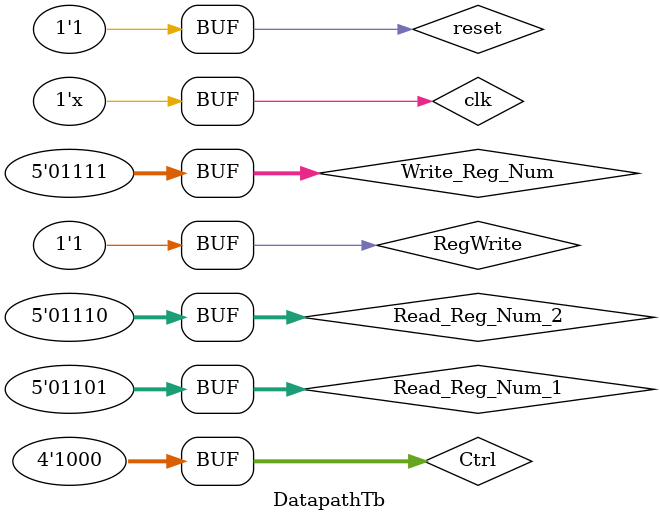
<source format=v>
`timescale 1ns / 1ps
module DatapathTb;
reg [4:0] Read_Reg_Num_1;
reg [4:0] Read_Reg_Num_2;
reg [4:0] Write_Reg_Num;
reg RegWrite;
reg clk;
reg reset;
reg [3:0] Ctrl;
wire zeroflag;
Datapath_1 DUT(
	Read_Reg_Num_1,
	Read_Reg_Num_2,
	Write_Reg_Num,
	RegWrite,
	clk,
	reset,
	Ctrl,
	zeroflag);

initial clk = 0;
always #5 clk = ~clk;

initial 
begin

reset = 0;
RegWrite = 0;
#5;

reset = 1;
RegWrite = 1;

#15 Ctrl = 4'b0000; Read_Reg_Num_1 = 1; Read_Reg_Num_2 = 2; Write_Reg_Num = 3;

#15 Ctrl = 4'b0001; Read_Reg_Num_1 = 4; Read_Reg_Num_2 = 5; Write_Reg_Num = 6;

#15 Ctrl = 4'b0010; Read_Reg_Num_1 = 7; Read_Reg_Num_2 = 8; Write_Reg_Num = 9;

#15 Ctrl = 4'b0100; Read_Reg_Num_1 = 10; Read_Reg_Num_2 = 11; Write_Reg_Num = 12;

#15 Ctrl = 4'b1000; Read_Reg_Num_1 = 13; Read_Reg_Num_2 = 14; Write_Reg_Num = 15;

end

endmodule
</source>
